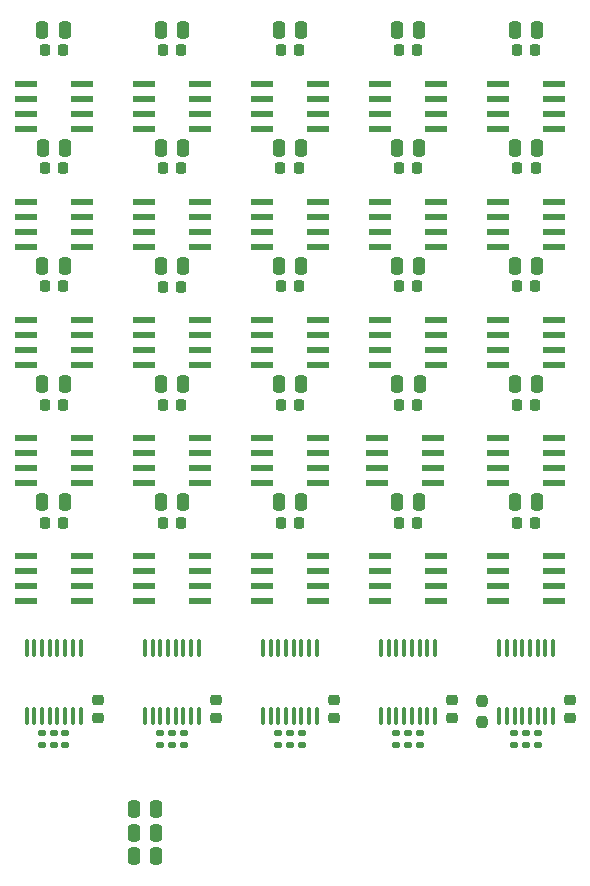
<source format=gbr>
%TF.GenerationSoftware,KiCad,Pcbnew,6.0.4-6f826c9f35~116~ubuntu20.04.1*%
%TF.CreationDate,2022-04-05T21:11:35+02:00*%
%TF.ProjectId,PhasedArray,50686173-6564-4417-9272-61792e6b6963,rev?*%
%TF.SameCoordinates,Original*%
%TF.FileFunction,Paste,Top*%
%TF.FilePolarity,Positive*%
%FSLAX46Y46*%
G04 Gerber Fmt 4.6, Leading zero omitted, Abs format (unit mm)*
G04 Created by KiCad (PCBNEW 6.0.4-6f826c9f35~116~ubuntu20.04.1) date 2022-04-05 21:11:35*
%MOMM*%
%LPD*%
G01*
G04 APERTURE LIST*
G04 Aperture macros list*
%AMRoundRect*
0 Rectangle with rounded corners*
0 $1 Rounding radius*
0 $2 $3 $4 $5 $6 $7 $8 $9 X,Y pos of 4 corners*
0 Add a 4 corners polygon primitive as box body*
4,1,4,$2,$3,$4,$5,$6,$7,$8,$9,$2,$3,0*
0 Add four circle primitives for the rounded corners*
1,1,$1+$1,$2,$3*
1,1,$1+$1,$4,$5*
1,1,$1+$1,$6,$7*
1,1,$1+$1,$8,$9*
0 Add four rect primitives between the rounded corners*
20,1,$1+$1,$2,$3,$4,$5,0*
20,1,$1+$1,$4,$5,$6,$7,0*
20,1,$1+$1,$6,$7,$8,$9,0*
20,1,$1+$1,$8,$9,$2,$3,0*%
G04 Aperture macros list end*
%ADD10RoundRect,0.225000X0.225000X0.250000X-0.225000X0.250000X-0.225000X-0.250000X0.225000X-0.250000X0*%
%ADD11RoundRect,0.250000X0.250000X0.475000X-0.250000X0.475000X-0.250000X-0.475000X0.250000X-0.475000X0*%
%ADD12RoundRect,0.135000X0.185000X-0.135000X0.185000X0.135000X-0.185000X0.135000X-0.185000X-0.135000X0*%
%ADD13R,1.981200X0.558800*%
%ADD14RoundRect,0.225000X-0.250000X0.225000X-0.250000X-0.225000X0.250000X-0.225000X0.250000X0.225000X0*%
%ADD15RoundRect,0.100000X-0.100000X0.637500X-0.100000X-0.637500X0.100000X-0.637500X0.100000X0.637500X0*%
%ADD16RoundRect,0.250000X-0.250000X-0.475000X0.250000X-0.475000X0.250000X0.475000X-0.250000X0.475000X0*%
%ADD17RoundRect,0.237500X0.237500X-0.250000X0.237500X0.250000X-0.237500X0.250000X-0.237500X-0.250000X0*%
G04 APERTURE END LIST*
D10*
%TO.C,C29*%
X125775000Y-68750000D03*
X124225000Y-68750000D03*
%TD*%
D11*
%TO.C,C42*%
X125980000Y-27020000D03*
X124080000Y-27020000D03*
%TD*%
D12*
%TO.C,R3*%
X154000000Y-87610000D03*
X154000000Y-86590000D03*
%TD*%
D13*
%TO.C,U9*%
X132637800Y-71595000D03*
X132637800Y-72865000D03*
X132637800Y-74135000D03*
X132637800Y-75405000D03*
X137362200Y-75405000D03*
X137362200Y-74135000D03*
X137362200Y-72865000D03*
X137362200Y-71595000D03*
%TD*%
D10*
%TO.C,C17*%
X145775000Y-48750000D03*
X144225000Y-48750000D03*
%TD*%
D13*
%TO.C,U6*%
X142412800Y-61595000D03*
X142412800Y-62865000D03*
X142412800Y-64135000D03*
X142412800Y-65405000D03*
X147137200Y-65405000D03*
X147137200Y-64135000D03*
X147137200Y-62865000D03*
X147137200Y-61595000D03*
%TD*%
D14*
%TO.C,C57*%
X118750000Y-83725000D03*
X118750000Y-85275000D03*
%TD*%
D10*
%TO.C,C5*%
X155775000Y-68750000D03*
X154225000Y-68750000D03*
%TD*%
%TO.C,C13*%
X145775000Y-68750000D03*
X144225000Y-68750000D03*
%TD*%
D14*
%TO.C,C54*%
X148750000Y-83725000D03*
X148750000Y-85275000D03*
%TD*%
D13*
%TO.C,U23*%
X112637800Y-51595000D03*
X112637800Y-52865000D03*
X112637800Y-54135000D03*
X112637800Y-55405000D03*
X117362200Y-55405000D03*
X117362200Y-54135000D03*
X117362200Y-52865000D03*
X117362200Y-51595000D03*
%TD*%
D12*
%TO.C,R14*%
X116000000Y-87610000D03*
X116000000Y-86590000D03*
%TD*%
D10*
%TO.C,C19*%
X145775000Y-38750000D03*
X144225000Y-38750000D03*
%TD*%
D11*
%TO.C,C28*%
X125950000Y-67000000D03*
X124050000Y-67000000D03*
%TD*%
%TO.C,C4*%
X155950000Y-67000000D03*
X154050000Y-67000000D03*
%TD*%
D10*
%TO.C,C47*%
X115775000Y-58750000D03*
X114225000Y-58750000D03*
%TD*%
D14*
%TO.C,C56*%
X138750000Y-83725000D03*
X138750000Y-85275000D03*
%TD*%
%TO.C,C55*%
X128750000Y-83725000D03*
X128750000Y-85275000D03*
%TD*%
D11*
%TO.C,C38*%
X145950000Y-27000000D03*
X144050000Y-27000000D03*
%TD*%
D13*
%TO.C,U1*%
X152637800Y-71595000D03*
X152637800Y-72865000D03*
X152637800Y-74135000D03*
X152637800Y-75405000D03*
X157362200Y-75405000D03*
X157362200Y-74135000D03*
X157362200Y-72865000D03*
X157362200Y-71595000D03*
%TD*%
D15*
%TO.C,U27*%
X147275000Y-79387500D03*
X146625000Y-79387500D03*
X145975000Y-79387500D03*
X145325000Y-79387500D03*
X144675000Y-79387500D03*
X144025000Y-79387500D03*
X143375000Y-79387500D03*
X142725000Y-79387500D03*
X142725000Y-85112500D03*
X143375000Y-85112500D03*
X144025000Y-85112500D03*
X144675000Y-85112500D03*
X145325000Y-85112500D03*
X145975000Y-85112500D03*
X146625000Y-85112500D03*
X147275000Y-85112500D03*
%TD*%
D13*
%TO.C,U4*%
X152637800Y-41595000D03*
X152637800Y-42865000D03*
X152637800Y-44135000D03*
X152637800Y-45405000D03*
X157362200Y-45405000D03*
X157362200Y-44135000D03*
X157362200Y-42865000D03*
X157362200Y-41595000D03*
%TD*%
%TO.C,U19*%
X132637800Y-31595000D03*
X132637800Y-32865000D03*
X132637800Y-34135000D03*
X132637800Y-35405000D03*
X137362200Y-35405000D03*
X137362200Y-34135000D03*
X137362200Y-32865000D03*
X137362200Y-31595000D03*
%TD*%
%TO.C,U2*%
X152637800Y-61595000D03*
X152637800Y-62865000D03*
X152637800Y-64135000D03*
X152637800Y-65405000D03*
X157362200Y-65405000D03*
X157362200Y-64135000D03*
X157362200Y-62865000D03*
X157362200Y-61595000D03*
%TD*%
D10*
%TO.C,C27*%
X135750000Y-38750000D03*
X134200000Y-38750000D03*
%TD*%
D13*
%TO.C,U17*%
X152637800Y-31595000D03*
X152637800Y-32865000D03*
X152637800Y-34135000D03*
X152637800Y-35405000D03*
X157362200Y-35405000D03*
X157362200Y-34135000D03*
X157362200Y-32865000D03*
X157362200Y-31595000D03*
%TD*%
D10*
%TO.C,C35*%
X125775000Y-38750000D03*
X124225000Y-38750000D03*
%TD*%
%TO.C,C31*%
X125775000Y-58750000D03*
X124225000Y-58750000D03*
%TD*%
D11*
%TO.C,C10*%
X155950000Y-37000000D03*
X154050000Y-37000000D03*
%TD*%
D12*
%TO.C,R16*%
X115000000Y-87610000D03*
X115000000Y-86590000D03*
%TD*%
D11*
%TO.C,C34*%
X125950000Y-37000000D03*
X124050000Y-37000000D03*
%TD*%
%TO.C,C20*%
X135950000Y-67000000D03*
X134050000Y-67000000D03*
%TD*%
D12*
%TO.C,R13*%
X125000000Y-87610000D03*
X125000000Y-86590000D03*
%TD*%
D11*
%TO.C,C24*%
X135950000Y-47000000D03*
X134050000Y-47000000D03*
%TD*%
D12*
%TO.C,R15*%
X114000000Y-87610000D03*
X114000000Y-86590000D03*
%TD*%
D10*
%TO.C,C23*%
X135775000Y-58770000D03*
X134225000Y-58770000D03*
%TD*%
%TO.C,C7*%
X155775000Y-58750000D03*
X154225000Y-58750000D03*
%TD*%
D16*
%TO.C,C2*%
X121800000Y-95000000D03*
X123700000Y-95000000D03*
%TD*%
D17*
%TO.C,R1*%
X151250000Y-85662500D03*
X151250000Y-83837500D03*
%TD*%
D10*
%TO.C,C43*%
X125805000Y-28770000D03*
X124255000Y-28770000D03*
%TD*%
D13*
%TO.C,U5*%
X142637800Y-71595000D03*
X142637800Y-72865000D03*
X142637800Y-74135000D03*
X142637800Y-75405000D03*
X147362200Y-75405000D03*
X147362200Y-74135000D03*
X147362200Y-72865000D03*
X147362200Y-71595000D03*
%TD*%
D11*
%TO.C,C6*%
X155950000Y-57000000D03*
X154050000Y-57000000D03*
%TD*%
D13*
%TO.C,U21*%
X112637800Y-71595000D03*
X112637800Y-72865000D03*
X112637800Y-74135000D03*
X112637800Y-75405000D03*
X117362200Y-75405000D03*
X117362200Y-74135000D03*
X117362200Y-72865000D03*
X117362200Y-71595000D03*
%TD*%
%TO.C,U12*%
X132637800Y-41595000D03*
X132637800Y-42865000D03*
X132637800Y-44135000D03*
X132637800Y-45405000D03*
X137362200Y-45405000D03*
X137362200Y-44135000D03*
X137362200Y-42865000D03*
X137362200Y-41595000D03*
%TD*%
D12*
%TO.C,R9*%
X134000000Y-87610000D03*
X134000000Y-86590000D03*
%TD*%
%TO.C,R11*%
X126000000Y-87610000D03*
X126000000Y-86590000D03*
%TD*%
D10*
%TO.C,C37*%
X155775000Y-28750000D03*
X154225000Y-28750000D03*
%TD*%
D13*
%TO.C,U22*%
X112637800Y-61595000D03*
X112637800Y-62865000D03*
X112637800Y-64135000D03*
X112637800Y-65405000D03*
X117362200Y-65405000D03*
X117362200Y-64135000D03*
X117362200Y-62865000D03*
X117362200Y-61595000D03*
%TD*%
%TO.C,U16*%
X122637800Y-41595000D03*
X122637800Y-42865000D03*
X122637800Y-44135000D03*
X122637800Y-45405000D03*
X127362200Y-45405000D03*
X127362200Y-44135000D03*
X127362200Y-42865000D03*
X127362200Y-41595000D03*
%TD*%
%TO.C,U18*%
X142637800Y-31595000D03*
X142637800Y-32865000D03*
X142637800Y-34135000D03*
X142637800Y-35405000D03*
X147362200Y-35405000D03*
X147362200Y-34135000D03*
X147362200Y-32865000D03*
X147362200Y-31595000D03*
%TD*%
%TO.C,U24*%
X112662800Y-41595000D03*
X112662800Y-42865000D03*
X112662800Y-44135000D03*
X112662800Y-45405000D03*
X117387200Y-45405000D03*
X117387200Y-44135000D03*
X117387200Y-42865000D03*
X117387200Y-41595000D03*
%TD*%
%TO.C,U11*%
X132637800Y-51595000D03*
X132637800Y-52865000D03*
X132637800Y-54135000D03*
X132637800Y-55405000D03*
X137362200Y-55405000D03*
X137362200Y-54135000D03*
X137362200Y-52865000D03*
X137362200Y-51595000D03*
%TD*%
D10*
%TO.C,C39*%
X145775000Y-28750000D03*
X144225000Y-28750000D03*
%TD*%
D13*
%TO.C,U25*%
X112637800Y-31595000D03*
X112637800Y-32865000D03*
X112637800Y-34135000D03*
X112637800Y-35405000D03*
X117362200Y-35405000D03*
X117362200Y-34135000D03*
X117362200Y-32865000D03*
X117362200Y-31595000D03*
%TD*%
D11*
%TO.C,C26*%
X135950000Y-37000000D03*
X134050000Y-37000000D03*
%TD*%
D15*
%TO.C,U26*%
X157275000Y-79387500D03*
X156625000Y-79387500D03*
X155975000Y-79387500D03*
X155325000Y-79387500D03*
X154675000Y-79387500D03*
X154025000Y-79387500D03*
X153375000Y-79387500D03*
X152725000Y-79387500D03*
X152725000Y-85112500D03*
X153375000Y-85112500D03*
X154025000Y-85112500D03*
X154675000Y-85112500D03*
X155325000Y-85112500D03*
X155975000Y-85112500D03*
X156625000Y-85112500D03*
X157275000Y-85112500D03*
%TD*%
D11*
%TO.C,C16*%
X145950000Y-47000000D03*
X144050000Y-47000000D03*
%TD*%
D14*
%TO.C,C58*%
X158750000Y-83725000D03*
X158750000Y-85275000D03*
%TD*%
D11*
%TO.C,C14*%
X145975000Y-57000000D03*
X144075000Y-57000000D03*
%TD*%
D13*
%TO.C,U3*%
X152637800Y-51595000D03*
X152637800Y-52865000D03*
X152637800Y-54135000D03*
X152637800Y-55405000D03*
X157362200Y-55405000D03*
X157362200Y-54135000D03*
X157362200Y-52865000D03*
X157362200Y-51595000D03*
%TD*%
D12*
%TO.C,R2*%
X156000000Y-87610000D03*
X156000000Y-86590000D03*
%TD*%
D13*
%TO.C,U8*%
X142637800Y-41595000D03*
X142637800Y-42865000D03*
X142637800Y-44135000D03*
X142637800Y-45405000D03*
X147362200Y-45405000D03*
X147362200Y-44135000D03*
X147362200Y-42865000D03*
X147362200Y-41595000D03*
%TD*%
D16*
%TO.C,C3*%
X121800000Y-93000000D03*
X123700000Y-93000000D03*
%TD*%
D12*
%TO.C,R5*%
X146000000Y-87610000D03*
X146000000Y-86590000D03*
%TD*%
D15*
%TO.C,U30*%
X117275000Y-79387500D03*
X116625000Y-79387500D03*
X115975000Y-79387500D03*
X115325000Y-79387500D03*
X114675000Y-79387500D03*
X114025000Y-79387500D03*
X113375000Y-79387500D03*
X112725000Y-79387500D03*
X112725000Y-85112500D03*
X113375000Y-85112500D03*
X114025000Y-85112500D03*
X114675000Y-85112500D03*
X115325000Y-85112500D03*
X115975000Y-85112500D03*
X116625000Y-85112500D03*
X117275000Y-85112500D03*
%TD*%
D11*
%TO.C,C8*%
X155950000Y-47000000D03*
X154050000Y-47000000D03*
%TD*%
%TO.C,C46*%
X115950000Y-57000000D03*
X114050000Y-57000000D03*
%TD*%
%TO.C,C52*%
X115950000Y-27000000D03*
X114050000Y-27000000D03*
%TD*%
D10*
%TO.C,C49*%
X115775000Y-48750000D03*
X114225000Y-48750000D03*
%TD*%
%TO.C,C11*%
X155800000Y-38750000D03*
X154250000Y-38750000D03*
%TD*%
%TO.C,C45*%
X115775000Y-68750000D03*
X114225000Y-68750000D03*
%TD*%
D15*
%TO.C,U29*%
X127275000Y-79387500D03*
X126625000Y-79387500D03*
X125975000Y-79387500D03*
X125325000Y-79387500D03*
X124675000Y-79387500D03*
X124025000Y-79387500D03*
X123375000Y-79387500D03*
X122725000Y-79387500D03*
X122725000Y-85112500D03*
X123375000Y-85112500D03*
X124025000Y-85112500D03*
X124675000Y-85112500D03*
X125325000Y-85112500D03*
X125975000Y-85112500D03*
X126625000Y-85112500D03*
X127275000Y-85112500D03*
%TD*%
D10*
%TO.C,C41*%
X135775000Y-28750000D03*
X134225000Y-28750000D03*
%TD*%
D11*
%TO.C,C12*%
X145950000Y-67000000D03*
X144050000Y-67000000D03*
%TD*%
%TO.C,C40*%
X135950000Y-27000000D03*
X134050000Y-27000000D03*
%TD*%
%TO.C,C22*%
X135950000Y-57020000D03*
X134050000Y-57020000D03*
%TD*%
D13*
%TO.C,U15*%
X122637800Y-51615000D03*
X122637800Y-52885000D03*
X122637800Y-54155000D03*
X122637800Y-55425000D03*
X127362200Y-55425000D03*
X127362200Y-54155000D03*
X127362200Y-52885000D03*
X127362200Y-51615000D03*
%TD*%
%TO.C,U13*%
X122637800Y-71595000D03*
X122637800Y-72865000D03*
X122637800Y-74135000D03*
X122637800Y-75405000D03*
X127362200Y-75405000D03*
X127362200Y-74135000D03*
X127362200Y-72865000D03*
X127362200Y-71595000D03*
%TD*%
D15*
%TO.C,U28*%
X137275000Y-79387500D03*
X136625000Y-79387500D03*
X135975000Y-79387500D03*
X135325000Y-79387500D03*
X134675000Y-79387500D03*
X134025000Y-79387500D03*
X133375000Y-79387500D03*
X132725000Y-79387500D03*
X132725000Y-85112500D03*
X133375000Y-85112500D03*
X134025000Y-85112500D03*
X134675000Y-85112500D03*
X135325000Y-85112500D03*
X135975000Y-85112500D03*
X136625000Y-85112500D03*
X137275000Y-85112500D03*
%TD*%
D11*
%TO.C,C48*%
X115950000Y-47000000D03*
X114050000Y-47000000D03*
%TD*%
%TO.C,C30*%
X125950000Y-57000000D03*
X124050000Y-57000000D03*
%TD*%
D10*
%TO.C,C51*%
X115800000Y-38750000D03*
X114250000Y-38750000D03*
%TD*%
%TO.C,C9*%
X155775000Y-48750000D03*
X154225000Y-48750000D03*
%TD*%
%TO.C,C25*%
X135775000Y-48750000D03*
X134225000Y-48750000D03*
%TD*%
D12*
%TO.C,R6*%
X144000000Y-87610000D03*
X144000000Y-86590000D03*
%TD*%
D13*
%TO.C,U10*%
X132637800Y-61615000D03*
X132637800Y-62885000D03*
X132637800Y-64155000D03*
X132637800Y-65425000D03*
X137362200Y-65425000D03*
X137362200Y-64155000D03*
X137362200Y-62885000D03*
X137362200Y-61615000D03*
%TD*%
D12*
%TO.C,R12*%
X124000000Y-87610000D03*
X124000000Y-86590000D03*
%TD*%
D13*
%TO.C,U20*%
X122667800Y-31615000D03*
X122667800Y-32885000D03*
X122667800Y-34155000D03*
X122667800Y-35425000D03*
X127392200Y-35425000D03*
X127392200Y-34155000D03*
X127392200Y-32885000D03*
X127392200Y-31615000D03*
%TD*%
D12*
%TO.C,R4*%
X155000000Y-87610000D03*
X155000000Y-86590000D03*
%TD*%
D10*
%TO.C,C33*%
X125775000Y-48770000D03*
X124225000Y-48770000D03*
%TD*%
%TO.C,C15*%
X145775000Y-58750000D03*
X144225000Y-58750000D03*
%TD*%
D12*
%TO.C,R7*%
X145000000Y-87610000D03*
X145000000Y-86590000D03*
%TD*%
D16*
%TO.C,C1*%
X121800000Y-97000000D03*
X123700000Y-97000000D03*
%TD*%
D12*
%TO.C,R8*%
X136000000Y-87610000D03*
X136000000Y-86590000D03*
%TD*%
%TO.C,R10*%
X135000000Y-87610000D03*
X135000000Y-86590000D03*
%TD*%
D10*
%TO.C,C53*%
X115775000Y-28750000D03*
X114225000Y-28750000D03*
%TD*%
D13*
%TO.C,U7*%
X142637800Y-51595000D03*
X142637800Y-52865000D03*
X142637800Y-54135000D03*
X142637800Y-55405000D03*
X147362200Y-55405000D03*
X147362200Y-54135000D03*
X147362200Y-52865000D03*
X147362200Y-51595000D03*
%TD*%
D11*
%TO.C,C44*%
X115950000Y-67000000D03*
X114050000Y-67000000D03*
%TD*%
%TO.C,C18*%
X145950000Y-37000000D03*
X144050000Y-37000000D03*
%TD*%
D10*
%TO.C,C21*%
X135775000Y-68750000D03*
X134225000Y-68750000D03*
%TD*%
D11*
%TO.C,C50*%
X115975000Y-37000000D03*
X114075000Y-37000000D03*
%TD*%
%TO.C,C32*%
X125950000Y-47020000D03*
X124050000Y-47020000D03*
%TD*%
D13*
%TO.C,U14*%
X122637800Y-61595000D03*
X122637800Y-62865000D03*
X122637800Y-64135000D03*
X122637800Y-65405000D03*
X127362200Y-65405000D03*
X127362200Y-64135000D03*
X127362200Y-62865000D03*
X127362200Y-61595000D03*
%TD*%
D11*
%TO.C,C36*%
X155950000Y-27000000D03*
X154050000Y-27000000D03*
%TD*%
M02*

</source>
